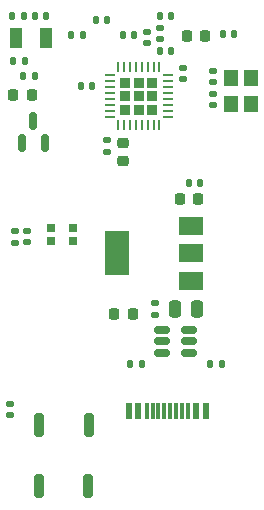
<source format=gtp>
%TF.GenerationSoftware,KiCad,Pcbnew,(6.0.10)*%
%TF.CreationDate,2023-01-25T23:47:30-05:00*%
%TF.ProjectId,espc4synth,65737063-3473-4796-9e74-682e6b696361,1*%
%TF.SameCoordinates,Original*%
%TF.FileFunction,Paste,Top*%
%TF.FilePolarity,Positive*%
%FSLAX46Y46*%
G04 Gerber Fmt 4.6, Leading zero omitted, Abs format (unit mm)*
G04 Created by KiCad (PCBNEW (6.0.10)) date 2023-01-25 23:47:30*
%MOMM*%
%LPD*%
G01*
G04 APERTURE LIST*
G04 Aperture macros list*
%AMRoundRect*
0 Rectangle with rounded corners*
0 $1 Rounding radius*
0 $2 $3 $4 $5 $6 $7 $8 $9 X,Y pos of 4 corners*
0 Add a 4 corners polygon primitive as box body*
4,1,4,$2,$3,$4,$5,$6,$7,$8,$9,$2,$3,0*
0 Add four circle primitives for the rounded corners*
1,1,$1+$1,$2,$3*
1,1,$1+$1,$4,$5*
1,1,$1+$1,$6,$7*
1,1,$1+$1,$8,$9*
0 Add four rect primitives between the rounded corners*
20,1,$1+$1,$2,$3,$4,$5,0*
20,1,$1+$1,$4,$5,$6,$7,0*
20,1,$1+$1,$6,$7,$8,$9,0*
20,1,$1+$1,$8,$9,$2,$3,0*%
G04 Aperture macros list end*
%ADD10RoundRect,0.218750X-0.218750X-0.256250X0.218750X-0.256250X0.218750X0.256250X-0.218750X0.256250X0*%
%ADD11RoundRect,0.250000X-0.250000X-0.475000X0.250000X-0.475000X0.250000X0.475000X-0.250000X0.475000X0*%
%ADD12RoundRect,0.140000X-0.170000X0.140000X-0.170000X-0.140000X0.170000X-0.140000X0.170000X0.140000X0*%
%ADD13RoundRect,0.140000X0.170000X-0.140000X0.170000X0.140000X-0.170000X0.140000X-0.170000X-0.140000X0*%
%ADD14RoundRect,0.147500X0.172500X-0.147500X0.172500X0.147500X-0.172500X0.147500X-0.172500X-0.147500X0*%
%ADD15RoundRect,0.140000X-0.140000X-0.170000X0.140000X-0.170000X0.140000X0.170000X-0.140000X0.170000X0*%
%ADD16R,1.000000X1.800000*%
%ADD17RoundRect,0.135000X-0.135000X-0.185000X0.135000X-0.185000X0.135000X0.185000X-0.135000X0.185000X0*%
%ADD18RoundRect,0.135000X-0.185000X0.135000X-0.185000X-0.135000X0.185000X-0.135000X0.185000X0.135000X0*%
%ADD19RoundRect,0.140000X0.140000X0.170000X-0.140000X0.170000X-0.140000X-0.170000X0.140000X-0.170000X0*%
%ADD20RoundRect,0.225000X-0.225000X-0.250000X0.225000X-0.250000X0.225000X0.250000X-0.225000X0.250000X0*%
%ADD21RoundRect,0.232500X-0.232500X0.232500X-0.232500X-0.232500X0.232500X-0.232500X0.232500X0.232500X0*%
%ADD22RoundRect,0.062500X-0.062500X0.375000X-0.062500X-0.375000X0.062500X-0.375000X0.062500X0.375000X0*%
%ADD23RoundRect,0.062500X-0.375000X0.062500X-0.375000X-0.062500X0.375000X-0.062500X0.375000X0.062500X0*%
%ADD24RoundRect,0.200000X0.200000X0.800000X-0.200000X0.800000X-0.200000X-0.800000X0.200000X-0.800000X0*%
%ADD25R,0.600000X1.450000*%
%ADD26R,0.300000X1.450000*%
%ADD27RoundRect,0.150000X0.150000X-0.587500X0.150000X0.587500X-0.150000X0.587500X-0.150000X-0.587500X0*%
%ADD28R,1.200000X1.400000*%
%ADD29RoundRect,0.135000X0.135000X0.185000X-0.135000X0.185000X-0.135000X-0.185000X0.135000X-0.185000X0*%
%ADD30RoundRect,0.150000X0.512500X0.150000X-0.512500X0.150000X-0.512500X-0.150000X0.512500X-0.150000X0*%
%ADD31RoundRect,0.147500X-0.147500X-0.172500X0.147500X-0.172500X0.147500X0.172500X-0.147500X0.172500X0*%
%ADD32R,2.000000X1.500000*%
%ADD33R,2.000000X3.800000*%
%ADD34RoundRect,0.225000X-0.250000X0.225000X-0.250000X-0.225000X0.250000X-0.225000X0.250000X0.225000X0*%
%ADD35R,0.700000X0.700000*%
G04 APERTURE END LIST*
D10*
%TO.C,D1*%
X26662500Y-60100000D03*
X28237500Y-60100000D03*
%TD*%
D11*
%TO.C,C10*%
X31775000Y-59675000D03*
X33675000Y-59675000D03*
%TD*%
D12*
%TO.C,C19*%
X19300000Y-53120000D03*
X19300000Y-54080000D03*
%TD*%
D13*
%TO.C,C12*%
X32450000Y-40230000D03*
X32450000Y-39270000D03*
%TD*%
D14*
%TO.C,L1*%
X30500000Y-36885000D03*
X30500000Y-35915000D03*
%TD*%
D15*
%TO.C,C5*%
X25120000Y-35200000D03*
X26080000Y-35200000D03*
%TD*%
D16*
%TO.C,Y1*%
X18375000Y-36750000D03*
X20875000Y-36750000D03*
%TD*%
D15*
%TO.C,C2*%
X19920000Y-34925000D03*
X20880000Y-34925000D03*
%TD*%
D13*
%TO.C,C8*%
X35025000Y-40530000D03*
X35025000Y-39570000D03*
%TD*%
D17*
%TO.C,R1*%
X17965000Y-34900000D03*
X18985000Y-34900000D03*
%TD*%
D15*
%TO.C,C3*%
X30500000Y-37890000D03*
X31460000Y-37890000D03*
%TD*%
D18*
%TO.C,R4*%
X30075000Y-59240000D03*
X30075000Y-60260000D03*
%TD*%
D17*
%TO.C,R7*%
X18080000Y-38700000D03*
X19100000Y-38700000D03*
%TD*%
D19*
%TO.C,C6*%
X23980000Y-36500000D03*
X23020000Y-36500000D03*
%TD*%
D20*
%TO.C,C11*%
X32825000Y-36600000D03*
X34375000Y-36600000D03*
%TD*%
D21*
%TO.C,U2*%
X29880000Y-42840000D03*
X27580000Y-40540000D03*
X29880000Y-40540000D03*
X28730000Y-41690000D03*
X27580000Y-41690000D03*
X28730000Y-40540000D03*
X29880000Y-41690000D03*
X28730000Y-42840000D03*
X27580000Y-42840000D03*
D22*
X30480000Y-39252500D03*
X29980000Y-39252500D03*
X29480000Y-39252500D03*
X28980000Y-39252500D03*
X28480000Y-39252500D03*
X27980000Y-39252500D03*
X27480000Y-39252500D03*
X26980000Y-39252500D03*
D23*
X26292500Y-39940000D03*
X26292500Y-40440000D03*
X26292500Y-40940000D03*
X26292500Y-41440000D03*
X26292500Y-41940000D03*
X26292500Y-42440000D03*
X26292500Y-42940000D03*
X26292500Y-43440000D03*
D22*
X26980000Y-44127500D03*
X27480000Y-44127500D03*
X27980000Y-44127500D03*
X28480000Y-44127500D03*
X28980000Y-44127500D03*
X29480000Y-44127500D03*
X29980000Y-44127500D03*
X30480000Y-44127500D03*
D23*
X31167500Y-43440000D03*
X31167500Y-42940000D03*
X31167500Y-42440000D03*
X31167500Y-41940000D03*
X31167500Y-41440000D03*
X31167500Y-40940000D03*
X31167500Y-40440000D03*
X31167500Y-39940000D03*
%TD*%
D24*
%TO.C,SW1*%
X24475000Y-74700000D03*
X20275000Y-74700000D03*
%TD*%
D13*
%TO.C,C17*%
X29400000Y-37230000D03*
X29400000Y-36270000D03*
%TD*%
D25*
%TO.C,J1*%
X27900000Y-68329951D03*
X28700000Y-68329951D03*
D26*
X29900000Y-68329951D03*
X30900000Y-68329951D03*
X31400000Y-68329951D03*
X32400000Y-68329951D03*
D25*
X33600000Y-68329951D03*
X34400000Y-68329951D03*
X34400000Y-68329951D03*
X33600000Y-68329951D03*
D26*
X32900000Y-68329951D03*
X31900000Y-68329951D03*
X30400000Y-68329951D03*
X29400000Y-68329951D03*
D25*
X28700000Y-68329951D03*
X27900000Y-68329951D03*
%TD*%
D24*
%TO.C,SW2*%
X24500000Y-69525000D03*
X20300000Y-69525000D03*
%TD*%
D27*
%TO.C,Q1*%
X18850000Y-45637500D03*
X20750000Y-45637500D03*
X19800000Y-43762500D03*
%TD*%
D28*
%TO.C,Y2*%
X36500000Y-40175000D03*
X36500000Y-42375000D03*
X38200000Y-42375000D03*
X38200000Y-40175000D03*
%TD*%
D18*
%TO.C,R5*%
X18250000Y-53065000D03*
X18250000Y-54085000D03*
%TD*%
D15*
%TO.C,C4*%
X30495000Y-34900000D03*
X31455000Y-34900000D03*
%TD*%
D29*
%TO.C,R3*%
X28985000Y-64399951D03*
X27965000Y-64399951D03*
%TD*%
D13*
%TO.C,C13*%
X17825000Y-68705000D03*
X17825000Y-67745000D03*
%TD*%
D17*
%TO.C,R2*%
X34765000Y-64399951D03*
X35785000Y-64399951D03*
%TD*%
D10*
%TO.C,D3*%
X18112500Y-41600000D03*
X19687500Y-41600000D03*
%TD*%
D30*
%TO.C,U1*%
X32962500Y-63399951D03*
X32962500Y-62449951D03*
X32962500Y-61499951D03*
X30687500Y-61499951D03*
X30687500Y-62449951D03*
X30687500Y-63399951D03*
%TD*%
D15*
%TO.C,C1*%
X32995000Y-49050000D03*
X33955000Y-49050000D03*
%TD*%
D31*
%TO.C,L2*%
X35830000Y-36400000D03*
X36800000Y-36400000D03*
%TD*%
D32*
%TO.C,U3*%
X33150000Y-57300000D03*
D33*
X26850000Y-55000000D03*
D32*
X33150000Y-55000000D03*
X33150000Y-52700000D03*
%TD*%
D20*
%TO.C,C9*%
X32200000Y-50375000D03*
X33750000Y-50375000D03*
%TD*%
D34*
%TO.C,C14*%
X27400000Y-45625000D03*
X27400000Y-47175000D03*
%TD*%
D35*
%TO.C,D2*%
X21335000Y-52850000D03*
X21335000Y-53950000D03*
X23165000Y-53950000D03*
X23165000Y-52850000D03*
%TD*%
D19*
%TO.C,C16*%
X24780000Y-40800000D03*
X23820000Y-40800000D03*
%TD*%
D17*
%TO.C,R6*%
X18890000Y-40000000D03*
X19910000Y-40000000D03*
%TD*%
D12*
%TO.C,C15*%
X26000000Y-45420000D03*
X26000000Y-46380000D03*
%TD*%
%TO.C,C7*%
X35025000Y-41470000D03*
X35025000Y-42430000D03*
%TD*%
D19*
%TO.C,C18*%
X28330000Y-36550000D03*
X27370000Y-36550000D03*
%TD*%
M02*

</source>
